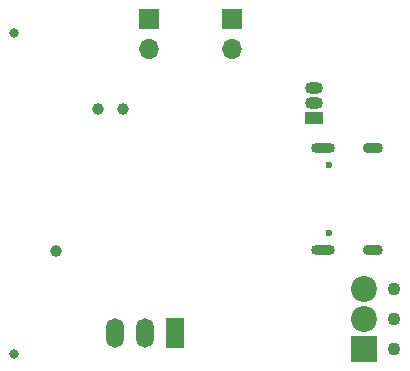
<source format=gbr>
%TF.GenerationSoftware,KiCad,Pcbnew,8.0.0*%
%TF.CreationDate,2024-03-16T23:45:48+01:00*%
%TF.ProjectId,tcs_controller,7463735f-636f-46e7-9472-6f6c6c65722e,1.0*%
%TF.SameCoordinates,Original*%
%TF.FileFunction,Soldermask,Bot*%
%TF.FilePolarity,Negative*%
%FSLAX46Y46*%
G04 Gerber Fmt 4.6, Leading zero omitted, Abs format (unit mm)*
G04 Created by KiCad (PCBNEW 8.0.0) date 2024-03-16 23:45:48*
%MOMM*%
%LPD*%
G01*
G04 APERTURE LIST*
%ADD10C,1.000000*%
%ADD11R,1.700000X1.700000*%
%ADD12O,1.700000X1.700000*%
%ADD13C,0.600000*%
%ADD14O,2.000000X0.900000*%
%ADD15O,1.700000X0.900000*%
%ADD16R,1.500000X2.500000*%
%ADD17O,1.500000X2.500000*%
%ADD18C,1.100000*%
%ADD19R,2.200000X2.200000*%
%ADD20C,2.200000*%
%ADD21R,1.500000X1.050000*%
%ADD22O,1.500000X1.050000*%
%ADD23C,0.800000*%
G04 APERTURE END LIST*
D10*
%TO.C,J6*%
X140400000Y-95700000D03*
%TD*%
%TO.C,J4*%
X138300000Y-95700000D03*
%TD*%
D11*
%TO.C,J2*%
X142600000Y-88100000D03*
D12*
X142600000Y-90640000D03*
%TD*%
D11*
%TO.C,J1*%
X149650000Y-88120000D03*
D12*
X149650000Y-90660000D03*
%TD*%
D13*
%TO.C,J5*%
X157885000Y-106197500D03*
X157885000Y-100417500D03*
D14*
X157405000Y-107627500D03*
D15*
X161575000Y-107627500D03*
D14*
X157405000Y-98987500D03*
D15*
X161575000Y-98987500D03*
%TD*%
D16*
%TO.C,U2*%
X144880000Y-114717500D03*
D17*
X142340000Y-114717500D03*
X139800000Y-114717500D03*
%TD*%
D18*
%TO.C,J3*%
X163372800Y-116052600D03*
X163372800Y-113512600D03*
X163372800Y-110972600D03*
D19*
X160832800Y-116052600D03*
D20*
X160832800Y-113512600D03*
X160832800Y-110972600D03*
%TD*%
D21*
%TO.C,Q1*%
X156591000Y-96494600D03*
D22*
X156591000Y-95224600D03*
X156591000Y-93954600D03*
%TD*%
D23*
%TO.C,SW2*%
X131250000Y-89300000D03*
%TD*%
%TO.C,SW1*%
X131250000Y-116500000D03*
%TD*%
D10*
%TO.C,J7*%
X134800000Y-107700000D03*
%TD*%
M02*

</source>
